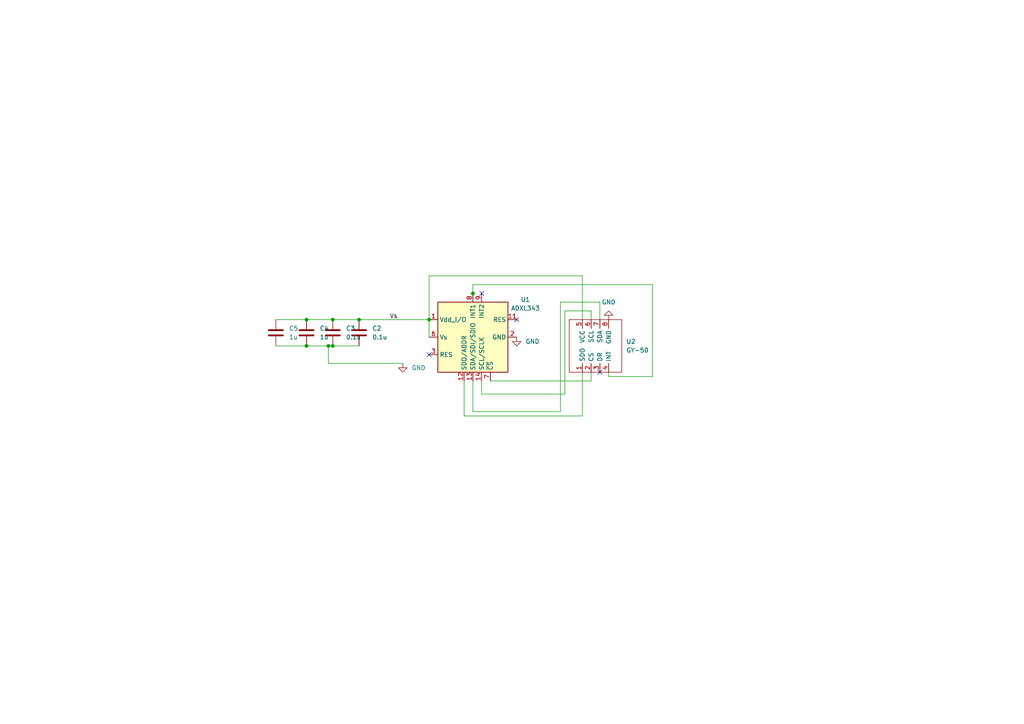
<source format=kicad_sch>
(kicad_sch (version 20211123) (generator eeschema)
  (paper "A4")
  (lib_symbols
    (symbol "Device:C" (pin_numbers hide) (pin_names (offset 0.254))
      (property "Reference" "C" (at 0.635 2.54 0))
      (property "Value" "C" (at 0.635 -2.54 0))
      (symbol "C_0_1"
        (polyline (pts (xy -2.032 -0.762) (xy 2.032 -0.762)) (stroke (width 0.508)))
        (polyline (pts (xy -2.032 0.762) (xy 2.032 0.762)) (stroke (width 0.508)))
      )
      (symbol "C_1_1"
        (pin passive line (at 0 3.81 270) (length 2.794) (name "~") (number "1"))
        (pin passive line (at 0 -3.81 90) (length 2.794) (name "~") (number "2"))
      )
    )
    (symbol "Sensor_Motion:ADXL343"
      (property "Reference" "U" (at -8.89 11.43 0))
      (property "Value" "ADXL343" (at -7.62 -11.43 0))
      (symbol "ADXL343_0_1"
        (rectangle (start -10.16 10.16) (end 10.16 -10.16) (stroke (width 0.254)) (fill (type background)))
      )
      (symbol "ADXL343_1_1"
        (pin power_in line (at 5.08 12.7 270) (length 2.54) (name "Vdd_I/O") (number "1"))
        (pin no_connect line (at -5.08 -10.16 90) (length 2.54) hide (name "NC") (number "10"))
        (pin passive line (at 5.08 -12.7 90) (length 2.54) (name "RES") (number "11"))
        (pin bidirectional line (at -12.7 2.54 0) (length 2.54) (name "SDO/ADDR") (number "12"))
        (pin bidirectional line (at -12.7 0 0) (length 2.54) (name "SDA/SDI/SDIO") (number "13"))
        (pin input line (at -12.7 -2.54 0) (length 2.54) (name "SCL/SCLK") (number "14"))
        (pin power_in line (at 0 -12.7 90) (length 2.54) (name "GND") (number "2"))
        (pin passive line (at -5.08 12.7 270) (length 2.54) (name "RES") (number "3"))
        (pin passive line (at 0 -12.7 90) (length 2.54) hide (name "GND") (number "4"))
        (pin passive line (at 0 -12.7 90) (length 2.54) hide (name "GND") (number "5"))
        (pin power_in line (at 0 12.7 270) (length 2.54) (name "Vs") (number "6"))
        (pin input line (at -12.7 -5.08 0) (length 2.54) (name "~{CS}") (number "7"))
        (pin output line (at 12.7 0 180) (length 2.54) (name "INT1") (number "8"))
        (pin output line (at 12.7 -2.54 180) (length 2.54) (name "INT2") (number "9"))
      )
    )
    (symbol "omat:GY-50"
      (property "Reference" "U" (at 12.7 7.62 0))
      (property "Value" "GY-50" (at 7.62 7.62 0))
      (symbol "GY-50_0_1"
        (rectangle (start 15.24 15.24) (end 0 0))
      )
      (symbol "GY-50_1_1"
        (pin input line (at 3.81 0 90) (length 2.54) (name "SDO") (number "1"))
        (pin input line (at 6.35 0 90) (length 2.54) (name "CS") (number "2"))
        (pin input line (at 8.89 0 90) (length 2.54) (name "DR") (number "3"))
        (pin input line (at 11.43 0 90) (length 2.54) (name "INT") (number "4"))
        (pin input line (at 3.81 15.24 270) (length 2.54) (name "VCC") (number "5"))
        (pin input line (at 6.35 15.24 270) (length 2.54) (name "SCL") (number "6"))
        (pin input line (at 8.89 15.24 270) (length 2.54) (name "SDA") (number "7"))
        (pin input line (at 11.43 15.24 270) (length 2.54) (name "GND") (number "8"))
      )
    )
    (symbol "power:GND" (power) (pin_names (offset 0))
      (property "Value" "GND" (at 0 -3.81 0))
      (symbol "GND_0_1"
        (polyline (pts (xy 0 0) (xy 0 -1.27) (xy 1.27 -1.27) (xy 0 -2.54) (xy -1.27 -1.27) (xy 0 -1.27)))
      )
      (symbol "GND_1_1"
        (pin power_in line (at 0 0 270) (length 0) hide (name "GND") (number "1"))
      )
    )
  )
  (junction (at 104.14 92.71))
  (junction (at 95.25 100.33))
  (junction (at 88.9 92.71))
  (junction (at 88.9 100.33))
  (junction (at 137.16 85.09))
  (junction (at 96.52 100.33))
  (junction (at 124.46 92.71))
  (junction (at 96.52 92.71))
  (no_connect (at 124.46 102.87))
  (no_connect (at 139.7 85.09))
  (no_connect (at 149.86 92.71))
  (no_connect (at 173.99 107.95))
  (wire (pts (xy 137.16 82.55) (xy 189.23 82.55)))
  (wire (pts (xy 80.01 100.33) (xy 88.9 100.33)))
  (wire (pts (xy 168.91 120.65) (xy 168.91 107.95)))
  (wire (pts (xy 80.01 92.71) (xy 88.9 92.71)))
  (wire (pts (xy 176.53 109.22) (xy 176.53 107.95)))
  (wire (pts (xy 139.7 114.3) (xy 163.83 114.3)))
  (wire (pts (xy 137.16 85.09) (xy 137.16 86.36)))
  (wire (pts (xy 96.52 100.33) (xy 104.14 100.33)))
  (wire (pts (xy 162.56 87.63) (xy 173.99 87.63)))
  (wire (pts (xy 95.25 100.33) (xy 95.25 105.41)))
  (wire (pts (xy 162.56 119.38) (xy 162.56 87.63)))
  (wire (pts (xy 139.7 110.49) (xy 139.7 114.3)))
  (wire (pts (xy 96.52 92.71) (xy 104.14 92.71)))
  (wire (pts (xy 163.83 90.17) (xy 171.45 90.17)))
  (wire (pts (xy 124.46 80.01) (xy 168.91 80.01)))
  (wire (pts (xy 134.62 110.49) (xy 134.62 120.65)))
  (wire (pts (xy 137.16 85.09) (xy 137.16 82.55)))
  (wire (pts (xy 134.62 120.65) (xy 168.91 120.65)))
  (wire (pts (xy 88.9 100.33) (xy 95.25 100.33)))
  (wire (pts (xy 95.25 105.41) (xy 116.84 105.41)))
  (wire (pts (xy 163.83 114.3) (xy 163.83 90.17)))
  (wire (pts (xy 173.99 87.63) (xy 173.99 92.71)))
  (wire (pts (xy 168.91 80.01) (xy 168.91 92.71)))
  (wire (pts (xy 137.16 110.49) (xy 137.16 119.38)))
  (wire (pts (xy 88.9 92.71) (xy 96.52 92.71)))
  (wire (pts (xy 124.46 92.71) (xy 124.46 97.79)))
  (wire (pts (xy 171.45 90.17) (xy 171.45 92.71)))
  (wire (pts (xy 142.24 110.49) (xy 171.45 110.49)))
  (wire (pts (xy 189.23 109.22) (xy 176.53 109.22)))
  (wire (pts (xy 124.46 92.71) (xy 124.46 80.01)))
  (wire (pts (xy 104.14 92.71) (xy 124.46 92.71)))
  (wire (pts (xy 95.25 100.33) (xy 96.52 100.33)))
  (wire (pts (xy 171.45 110.49) (xy 171.45 107.95)))
  (wire (pts (xy 189.23 82.55) (xy 189.23 109.22)))
  (wire (pts (xy 137.16 119.38) (xy 162.56 119.38)))
  (label "Vs" (at 113.03 92.71 0))
  (symbol (lib_id "Sensor_Motion:ADXL343") (at 137.16 97.79 90) (unit 1)
    (property "Reference" "U1" (at 152.4 86.8805 90))
    (property "Value" "ADXL343" (at 152.4 89.4205 90))
    (property "Footprint" "Package_LGA:LGA-14_3x5mm_P0.8mm_LayoutBorder1x6y" (effects hide))
    (property "Datasheet" "https://www.analog.com/media/en/technical-documentation/data-sheets/ADXL343.pdf" (effects hide))
  )
  (symbol (lib_id "Device:C") (at 80.01 96.52 0) (unit 1)
    (property "Reference" "C5" (at 83.82 95.2499 0) (effects (justify left)))
    (property "Value" "1u" (at 83.82 97.7899 0) (effects (justify left)))
    (property "Footprint" "Capacitor_SMD:C_1206_3216Metric" (effects hide))
  )
  (symbol (lib_id "Device:C") (at 96.52 96.52 0) (unit 1)
    (property "Reference" "C3" (at 100.33 95.2499 0) (effects (justify left)))
    (property "Value" "0.1u" (at 100.33 97.7899 0) (effects (justify left)))
    (property "Footprint" "Capacitor_SMD:C_1206_3216Metric" (effects hide))
  )
  (symbol (lib_id "Device:C") (at 104.14 96.52 0) (unit 1)
    (property "Reference" "C2" (at 107.95 95.2499 0) (effects (justify left)))
    (property "Value" "0.1u" (at 107.95 97.7899 0) (effects (justify left)))
    (property "Footprint" "Capacitor_SMD:C_1206_3216Metric" (effects hide))
  )
  (symbol (lib_id "Device:C") (at 88.9 96.52 0) (unit 1)
    (property "Reference" "C4" (at 92.71 95.2499 0) (effects (justify left)))
    (property "Value" "1u" (at 92.71 97.7899 0) (effects (justify left)))
    (property "Footprint" "Capacitor_SMD:C_1206_3216Metric" (effects hide))
  )
  (symbol (lib_id "power:GND") (at 149.86 97.79 0) (unit 1)
    (property "Reference" "#PWR0102" (effects hide))
    (property "Value" "GND" (at 152.4 99.0599 0) (effects (justify left)))
  )
  (symbol (lib_id "power:GND") (at 116.84 105.41 0) (unit 1)
    (property "Reference" "#PWR0101" (effects hide))
    (property "Value" "GND" (at 119.38 106.6799 0) (effects (justify left)))
  )
  (symbol (lib_id "power:GND") (at 176.53 92.71 180) (unit 1)
    (property "Reference" "#PWR0103" (effects hide))
    (property "Value" "GND" (at 176.53 87.63 0))
  )
  (symbol (lib_id "omat:GY-50") (at 165.1 107.95 0) (unit 1)
    (property "Reference" "U2" (at 181.61 99.0599 0) (effects (justify left)))
    (property "Value" "GY-50" (at 181.61 101.5999 0) (effects (justify left)))
    (property "Footprint" "Omat:GY-50" (effects hide))
  )
)
</source>
